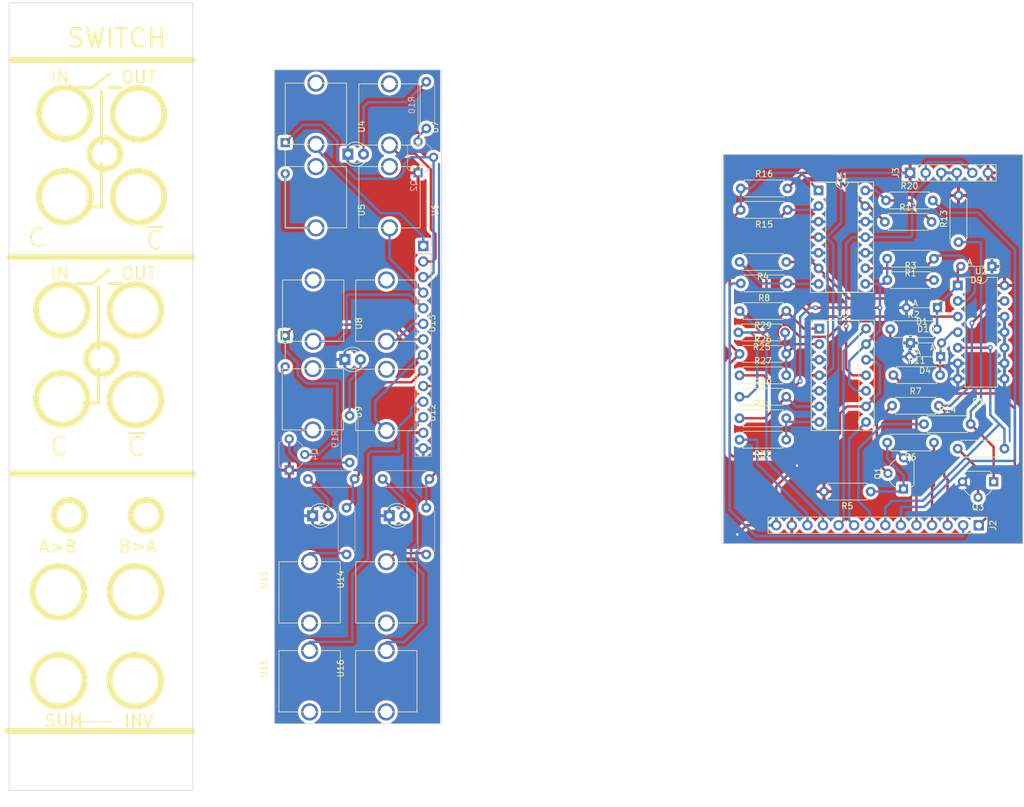
<source format=kicad_pcb>
(kicad_pcb (version 20241229) (generator "pcbnew") (generator_version "9.0")
  (layers (0 "F.Cu" signal) (2 "B.Cu" signal) (13 "F.Paste" user) (15 "B.Paste" user) (5 "F.SilkS" user "F.Silkscreen") (7 "B.SilkS" user "B.Silkscreen") (1 "F.Mask" user) (3 "B.Mask" user) (25 "Edge.Cuts" user))
  (net 0 "")
  (net 1 "Net-(D1-K)")
  (net 2 "GND")
  (net 3 "C1")
  (net 4 "Net-(D3-A)")
  (net 5 "Net-(D10-A)")
  (net 6 "Net-(D6-A)")
  (net 7 "Net-(D7-A)")
  (net 8 "Net-(D8-A)")
  (net 9 "Net-(Q1-C)")
  (net 10 "Net-(Q1-B)")
  (net 11 "+12V")
  (net 12 "Net-(Q2-E)")
  (net 13 "Net-(Q3-C)")
  (net 14 "Net-(Q3-B)")
  (net 15 "Net-(Q4-E)")
  (net 16 "Net-(U1C--)")
  (net 17 "S1")
  (net 18 "IN1")
  (net 19 "Net-(U1B--)")
  (net 20 "Net-(R4-Pad2)")
  (net 21 "INV1")
  (net 22 "OUT1")
  (net 23 "Net-(U1A--)")
  (net 24 "S2")
  (net 25 "Net-(U1D--)")
  (net 26 "Net-(R17-Pad2)")
  (net 27 "Net-(R18-Pad2)")
  (net 28 "OUT2")
  (net 29 "Net-(R22-Pad2)")
  (net 30 "Net-(U3A--)")
  (net 31 "Net-(R25-Pad2)")
  (net 32 "SUM")
  (net 33 "Net-(U3B--)")
  (net 34 "Net-(R31-Pad2)")
  (net 35 "SUM_INV")
  (net 36 "C2")
  (net 37 "IN2")
  (net 38 "INV2")
  (net 39 "Net-(D2-A)")
  (net 40 "Net-(D5-A)")
  (net 41 "AB")
  (net 42 "BA")
  (net 43 "-12V")
  (footprint "" (layer "F.Cu") (at 67.06965 122.9)
    (property "Reference" "")
    (property "Value" "")
  )
  (footprint "Resistor_THT:R_Axial_DIN0207_L6.3mm_D2.5mm_P7.62mm_Horizontal" (layer "F.Cu") (at 185.73 98.07 180)
    (property "Reference" "R32")
    (property "Value" "R")
  )
  (footprint "LED_THT:LED_D3.0mm" (layer "F.Cu") (at 120.992335 110.48)
    (property "Reference" "D8" (hide yes))
    (property "Value" "LED")
  )
  (footprint "" (layer "F.Cu") (at 80.1 44.9)
    (property "Reference" "")
    (property "Value" "")
  )
  (footprint "Package_DIP:DIP-14_W7.62mm" (layer "F.Cu") (at 213.7 72.905)
    (property "Reference" "U2")
    (property "Value" "CD4066BE")
  )
  (footprint "Diode_THT:D_DO-34_SOD68_P5.08mm_Vertical_AnodeUp" (layer "F.Cu") (at 219.26967 69.78 180)
    (property "Reference" "D9")
    (property "Value" "D")
  )
  (footprint "Resistor_THT:R_Axial_DIN0207_L6.3mm_D2.5mm_P7.62mm_Horizontal" (layer "F.Cu") (at 209.81 68.53 180)
    (property "Reference" "R1")
    (property "Value" "R")
  )
  (footprint "Resistor_THT:R_Axial_DIN0207_L6.3mm_D2.5mm_P7.62mm_Horizontal" (layer "F.Cu") (at 185.93 60.57 180)
    (property "Reference" "R15")
    (property "Value" "R")
  )
  (footprint "Diode_THT:D_DO-34_SOD68_P5.08mm_Vertical_AnodeUp" (layer "F.Cu") (at 210.89467 84.53 180)
    (property "Reference" "D4")
    (property "Value" "D")
  )
  (footprint "LED_THT:LED_D3.0mm" (layer "F.Cu") (at 114.257335 51.48)
    (property "Reference" "D3" (hide yes))
    (property "Value" "LED")
  )
  (footprint "" (layer "F.Cu") (at 81.335 110.4)
    (property "Reference" "")
    (property "Value" "")
  )
  (footprint "LED_THT:LED_D3.0mm" (layer "F.Cu") (at 113.757335 84.98)
    (property "Reference" "D6" (hide yes))
    (property "Value" "LED")
  )
  (footprint "" (layer "F.Cu") (at 74.6 51.4)
    (property "Reference" "")
    (property "Value" "")
  )
  (footprint "Library:3mm5 Mono Aux" (layer "F.Cu") (at 108.001985 137.48 90)
    (property "Reference" "U15")
    (property "Value" "Aux_flush")
  )
  (footprint "Resistor_THT:R_Axial_DIN0207_L6.3mm_D2.5mm_P7.62mm_Horizontal" (layer "F.Cu") (at 178.11 87.57)
    (property "Reference" "R27")
    (property "Value" "R")
  )
  (footprint "Library:3mm5 Mono Aux" (layer "F.Cu") (at 121.032335 58.51035 -90)
    (property "Reference" "U6")
    (property "Value" "Aux_flush")
  )
  (footprint "Resistor_THT:R_Axial_DIN0207_L6.3mm_D2.5mm_P7.62mm_Horizontal" (layer "F.Cu") (at 185.73 77.07 180)
    (property "Reference" "R29")
    (property "Value" "R")
  )
  (footprint "" (layer "F.Cu") (at 67.6 76.9)
    (property "Reference" "")
    (property "Value" "")
  )
  (footprint "" (layer "F.Cu") (at 68.835 110.4)
    (property "Reference" "")
    (property "Value" "")
  )
  (footprint "Library:3mm5 Mono Aux" (layer "F.Cu") (at 120.501985 137.48 90)
    (property "Reference" "U16")
    (property "Value" "Aux_flush")
  )
  (footprint "Library:3mm5 Mono Aux" (layer "F.Cu") (at 108.001985 122.98 90)
    (property "Reference" "U11")
    (property "Value" "Aux_flush")
  )
  (footprint "Resistor_THT:R_Axial_DIN0207_L6.3mm_D2.5mm_P7.62mm_Horizontal" (layer "F.Cu") (at 185.54 80.57 180)
    (property "Reference" "R25")
    (property "Value" "R")
  )
  (footprint "" (layer "F.Cu") (at 79.6 91.5)
    (property "Reference" "")
    (property "Value" "")
  )
  (footprint "Resistor_THT:R_Axial_DIN0207_L6.3mm_D2.5mm_P7.62mm_Horizontal" (layer "F.Cu") (at 202.19 72.03)
    (property "Reference" "R3")
    (property "Value" "R")
  )
  (footprint "Diode_THT:D_DO-34_SOD68_P5.08mm_Vertical_AnodeUp" (layer "F.Cu") (at 104.032335 49.58533 -90)
    (property "Reference" "D2" (hide yes))
    (property "Value" "D")
  )
  (footprint "Connector_PinHeader_2.54mm:PinHeader_1x14_P2.54mm_Vertical" (layer "F.Cu") (at 217.12 112.03 -90)
    (property "Reference" "J2")
    (property "Value" "Conn_01x14_Pin")
  )
  (footprint "Resistor_THT:R_Axial_DIN0207_L6.3mm_D2.5mm_P7.62mm_Horizontal" (layer "F.Cu") (at 178.11 84.07)
    (property "Reference" "R26")
    (property "Value" "R")
  )
  (footprint "Resistor_THT:R_Axial_DIN0207_L6.3mm_D2.5mm_P7.62mm_Horizontal" (layer "F.Cu") (at 213.81 65.84 90)
    (property "Reference" "R13")
    (property "Value" "R")
  )
  (footprint "Resistor_THT:R_Axial_DIN0207_L6.3mm_D2.5mm_P7.62mm_Horizontal" (layer "F.Cu") (at 209.81 98.53 180)
    (property "Reference" "R6")
    (property "Value" "R")
  )
  (footprint "Library:3mm5 Mono Aux" (layer "F.Cu") (at 120.532335 77.01035 -90)
    (property "Reference" "U13")
    (property "Value" "Aux_flush")
  )
  (footprint "Library:3mm5 Mono Aux" (layer "F.Cu") (at 120.532335 91.58 -90)
    (property "Reference" "U12")
    (property "Value" "Aux_flush")
  )
  (footprint "Package_DIP:DIP-14_W7.62mm_Socket" (layer "F.Cu") (at 191 57.41)
    (property "Reference" "U1")
    (property "Value" "TL074")
  )
  (footprint "Library:3mm5 Mono Aux" (layer "F.Cu") (at 108.582335 77.01035 -90)
    (property "Reference" "U8")
    (property "Value" "Aux_flush")
  )
  (footprint "Diode_THT:D_DO-34_SOD68_P5.08mm_Vertical_AnodeUp" (layer "F.Cu") (at 205.98033 82.28)
    (property "Reference" "D10")
    (property "Value" "D")
  )
  (footprint "Resistor_THT:R_Axial_DIN0207_L6.3mm_D2.5mm_P7.62mm_Horizontal" (layer "F.Cu") (at 213.69 99.53)
    (property "Reference" "R12")
    (property "Value" "R")
  )
  (footprint "Resistor_THT:R_Axial_DIN0207_L6.3mm_D2.5mm_P7.62mm_Horizontal" (layer "F.Cu") (at 185.74 69.07 180)
    (property "Reference" "R4")
    (property "Value" "R")
  )
  (footprint "Resistor_THT:R_Axial_DIN0207_L6.3mm_D2.5mm_P7.62mm_Horizontal" (layer "F.Cu") (at 202.69 80.03)
    (property "Reference" "R2")
    (property "Value" "R")
  )
  (footprint "Resistor_THT:R_Axial_DIN0207_L6.3mm_D2.5mm_P7.62mm_Horizontal" (layer "F.Cu") (at 201.81 62.53)
    (property "Reference" "R17")
    (property "Value" "R")
  )
  (footprint "Resistor_THT:R_Axial_DIN0207_L6.3mm_D2.5mm_P7.62mm_Horizontal" (layer "F.Cu") (at 208.19 95.53)
    (property "Reference" "R14")
    (property "Value" "R")
  )
  (footprint "Package_DIP:DIP-14_W7.62mm_Socket" (layer "F.Cu") (at 191.12 79.945)
    (property "Reference" "U3")
    (property "Value" "TL074")
  )
  (footprint "" (layer "F.Cu") (at 68.1 58.43035)
    (property "Reference" "")
    (property "Value" "")
  )
  (footprint "Resistor_THT:R_Axial_DIN0207_L6.3mm_D2.5mm_P7.62mm_Horizontal" (layer "F.Cu") (at 178.31 57.07)
    (property "Reference" "R16")
    (property "Value" "R")
  )
  (footprint "" (layer "F.Cu") (at 79.6 122.9)
    (property "Reference" "")
    (property "Value" "")
  )
  (footprint "Package_TO_SOT_THT:TO-92L_Wide" (layer "F.Cu") (at 204.85 106.11 90)
    (property "Reference" "Q1")
    (property "Value" "BC547")
  )
  (footprint "Resistor_THT:R_Axial_DIN0207_L6.3mm_D2.5mm_P7.62mm_Horizontal" (layer "F.Cu") (at 178.11 94.57)
    (property "Reference" "R31")
    (property "Value" "R")
  )
  (footprint "Library:3mm5 Mono Aux" (layer "F.Cu") (at 109.032335 44.88 -90)
    (property "Reference" "U4")
    (property "Value" "Aux_flush")
  )
  (footprint "Resistor_THT:R_Axial_DIN0207_L6.3mm_D2.5mm_P7.62mm_Horizontal" (layer "F.Cu") (at 203.19 87.53)
    (property "Reference" "R11")
    (property "Value" "R")
  )
  (footprint "Library:3mm5 Mono Aux" (layer "F.Cu") (at 120.532335 122.98 90)
    (property "Reference" "U14")
    (property "Value" "Aux_flush")
  )
  (footprint "MountingHole:MountingHole_3.2mm_M3" (layer "F.Cu") (at 66.5 152.25)
    (property "Reference" "REF**" (hide yes))
    (property "Value" "MountingHole_3.2mm_M3")
  )
  (footprint "" (layer "F.Cu") (at 67.06965 137.4)
    (property "Reference" "")
    (property "Value" "")
  )
  (footprint "Connector_PinHeader_2.54mm:PinHeader_1x06_P2.54mm_Vertical" (layer "F.Cu") (at 205.92 54.53 90)
    (property "Reference" "J3")
    (property "Value" "Conn_01x06_Pin")
  )
  (footprint "Diode_THT:D_DO-34_SOD68_P5.08mm_Vertical_AnodeUp" (layer "F.Cu") (at 210.39467 76.53 180)
    (property "Reference" "D1")
    (property "Value" "D")
  )
  (footprint "" (layer "F.Cu") (at 68.1 44.8)
    (property "Reference" "")
    (property "Value" "")
  )
  (footprint "Resistor_THT:R_Axial_DIN0207_L6.3mm_D2.5mm_P7.62mm_Horizontal" (layer "F.Cu") (at 199.5 106.53 180)
    (property "Reference" "R5")
    (property "Value" "R")
  )
  (footprint "Resistor_THT:R_Axial_DIN0207_L6.3mm_D2.5mm_P7.62mm_Horizontal" (layer "F.Cu") (at 202 59.03)
    (property "Reference" "R20")
    (property "Value" "R")
  )
  (footprint "" (layer "F.Cu") (at 79.6 76.93035)
    (property "Reference" "")
    (property "Value" "")
  )
  (footprint "LED_THT:LED_D3.0mm" (layer "F.Cu") (at 108.492335 110.48)
    (property "Reference" "D7" (hide yes))
    (property "Value" "LED")
  )
  (footprint "Diode_THT:D_DO-34_SOD68_P5.08mm_Vertical_AnodeUp" (layer "F.Cu") (at 104.032335 81.08533 -90)
    (property "Reference" "D5" (hide yes))
    (property "Value" "D" (hide yes))
  )
  (footprint "Resistor_THT:R_Axial_DIN0207_L6.3mm_D2.5mm_P7.62mm_Horizontal" (layer "F.Cu") (at 185.93 72.57 180)
    (property "Reference" "R8")
    (property "Value" "R")
  )
  (footprint "Library:3mm5 Mono Aux" (layer "F.Cu") (at 121.032335 45 -90)
    (property "Reference" "U7")
    (property "Value" "Aux_flush")
  )
  (footprint "Library:3mm5 Mono Aux" (layer "F.Cu") (at 108.532335 91.48 -90)
    (property "Reference" "U9")
    (property "Value" "Aux_flush")
  )
  (footprint "MountingHole:MountingHole_3.2mm_M3" (layer "F.Cu") (at 66.5 29.8)
    (property "Reference" "REF**" (hide yes))
    (property "Value" "MountingHole_3.2mm_M3")
  )
  (footprint "" (layer "F.Cu") (at 74.1 84.9)
    (property "Reference" "")
    (property "Value" "")
  )
  (footprint "" (layer "F.Cu") (at 79.56965 137.4)
    (property "Reference" "")
    (property "Value" "")
  )
  (footprint "Package_TO_SOT_THT:TO-92L_Wide" (layer "F.Cu") (at 219.55 104.93 180)
    (property "Reference" "Q3")
    (property "Value" "BC547")
  )
  (footprint "Library:3mm5 Mono Aux" (layer "F.Cu") (at 109.032335 58.51035 -90)
    (property "Reference" "U5")
    (property "Value" "Aux_flush")
  )
  (footprint "Resistor_THT:R_Axial_DIN0207_L6.3mm_D2.5mm_P7.62mm_Horizontal" (layer "F.Cu") (at 178.11 91.07)
    (property "Reference" "R30")
    (property "Value" "R")
  )
  (footprint "" (layer "F.Cu") (at 80.1 58.43035)
    (property "Reference" "")
    (property "Value" "")
  )
  (footprint "Resistor_THT:R_Axial_DIN0207_L6.3mm_D2.5mm_P7.62mm_Horizontal" (layer "F.Cu") (at 203 92.53)
    (property "Reference" "R7")
    (property "Value" "R")
  )
  (footprint "Resistor_THT:R_Axial_DIN0207_L6.3mm_D2.5mm_P7.62mm_Horizontal" (layer "B.Cu") (at 127.032335 109.17 -90)
    (property "Reference" "R22" (hide yes))
    (property "Value" "R")
  )
  (footprint "Package_TO_SOT_THT:TO-92L_Wide" (layer "B.Cu") (at 104.682335 103.03 90)
    (property "Reference" "Q4")
    (property "Value" "BC547")
  )
  (footprint "Resistor_THT:R_Axial_DIN0207_L6.3mm_D2.5mm_P7.62mm_Horizontal" (layer "B.Cu") (at 119.912335 104.48)
    (property "Reference" "R21" (hide yes))
    (property "Value" "R")
  )
  (footprint "Resistor_THT:R_Axial_DIN0207_L6.3mm_D2.5mm_P7.62mm_Horizontal" (layer "B.Cu") (at 107.722335 104.48)
    (property "Reference" "R9" (hide yes))
    (property "Value" "R")
  )
  (footprint "Resistor_THT:R_Axial_DIN0207_L6.3mm_D2.5mm_P7.62mm_Horizontal" (layer "B.Cu") (at 114.032335 109.17 -90)
    (property "Reference" "R18" (hide yes))
    (property "Value" "R")
  )
  (footprint "Resistor_THT:R_Axial_DIN0207_L6.3mm_D2.5mm_P7.62mm_Horizontal" (layer "B.Cu") (at 114.532335 94.17 -90)
    (property "Reference" "R19")
    (property "Value" "R")
  )
  (footprint "" (layer "B.Cu") (at 67.6 91.4 180)
    (property "Reference" "")
    (property "Value" "")
  )
  (footprint "Package_TO_SOT_THT:TO-92L_Wide" (layer "B.Cu") (at 125.682335 54.53 90)
    (property "Reference" "Q2")
    (property "Value" "BC547")
  )
  (footprint "Resistor_THT:R_Axial_DIN0207_L6.3mm_D2.5mm_P7.62mm_Horizontal" (layer "B.Cu") (at 127.032335 39.67 -90)
    (property "Reference" "R10")
    (property "Value" "R")
  )
  (footprint "Connector_PinHeader_2.54mm:PinHeader_1x14_P2.54mm_Vertical" (layer "B.Cu") (at 126.532335 66.46 180)
    (property "Reference" "J1" (hide yes))
    (property "Value" "Conn_01x14_Pin")
  )
  (gr_line (start 73.56965 92.1) (end 73.56965 73.1) (stroke (width 0.5)) (layer "F.SilkS"))
  (gr_circle (center 79.6 76.93035) (end 83.8107 76.93035) (stroke (width 1)) (fill no) (layer "F.SilkS"))
  (gr_circle (center 80.1 58.43035) (end 84.3107 58.43035) (stroke (width 1)) (fill no) (layer "F.SilkS"))
  (gr_line (start 75.31965 40.6) (end 77.31965 40.6) (stroke (width 0.5)) (layer "F.SilkS"))
  (gr_line (start 74.06965 60.1) (end 74.06965 41.1) (stroke (width 0.5)) (layer "F.SilkS"))
  (gr_circle (center 79.6 91.5) (end 83.8107 91.5) (stroke (width 1)) (fill no) (layer "F.SilkS"))
  (gr_line (start 70.06965 40.6) (end 72.56965 40.6) (stroke (width 0.5)) (layer "F.SilkS"))
  (gr_line (start 129.532335 51.73) (end 129.532335 115.23) (stroke (width 0.15)) (layer "F.SilkS"))
  (gr_line (start 69.2 144.1) (end 75.7 144.1) (stroke (width 0.15)) (layer "F.SilkS"))
  (gr_circle (center 67.06965 137.4) (end 71.28035 137.4) (stroke (width 1)) (fill no) (layer "F.SilkS"))
  (gr_line (start 78.56965 97) (end 81.06965 97) (stroke (width 0.3)) (layer "F.SilkS"))
  (gr_circle (center 79.56965 137.4) (end 83.78035 137.4) (stroke (width 1)) (fill no) (layer "F.SilkS"))
  (gr_circle (center 80.1 44.9) (end 84.3107 44.9) (stroke (width 1)) (fill no) (layer "F.SilkS"))
  (gr_line (start 89 103.6) (end 59.45 103.6) (stroke (width 1)) (layer "F.SilkS"))
  (gr_line (start 75.31965 72.6) (end 77.31965 72.6) (stroke (width 0.5)) (layer "F.SilkS"))
  (gr_circle (center 74.1 84.9) (end 76.6 85) (stroke (width 1)) (fill no) (layer "F.SilkS"))
  (gr_line (start 88.9 68.3) (end 59.1 68.3) (stroke (width 1)) (layer "F.SilkS"))
  (gr_circle (center 81.335 110.4) (end 83.835 110.5) (stroke (width 1)) (fill no) (layer "F.SilkS"))
  (gr_line (start 72.56965 40.6) (end 75.31965 38.35) (stroke (width 0.5)) (layer "F.SilkS"))
  (gr_line (start 88.9 145.6) (end 58.7 145.6) (stroke (width 1)) (layer "F.SilkS"))
  (gr_line (start 59.35 36.1) (end 89 36.1) (stroke (width 1)) (layer "F.SilkS"))
  (gr_line (start 81.56965 63.35) (end 84.06965 63.35) (stroke (width 0.3)) (layer "F.SilkS"))
  (gr_line (start 72.56965 72.6) (end 75.31965 70.35) (stroke (width 0.5)) (layer "F.SilkS"))
  (gr_circle (center 67.6 76.9) (end 71.8107 76.9) (stroke (width 1)) (fill no) (layer "F.SilkS"))
  (gr_circle (center 68.835 110.4) (end 71.335 110.5) (stroke (width 1)) (fill no) (layer "F.SilkS"))
  (gr_line (start 74.06965 60.1) (end 71.56965 60.1) (stroke (width 0.5)) (layer "F.SilkS"))
  (gr_line (start 70.06965 72.6) (end 72.56965 72.6) (stroke (width 0.5)) (layer "F.SilkS"))
  (gr_circle (center 68.1 58.43035) (end 72.3107 58.43035) (stroke (width 1)) (fill no) (layer "F.SilkS"))
  (gr_circle (center 79.6 122.9) (end 83.8107 122.9) (stroke (width 1)) (fill no) (layer "F.SilkS"))
  (gr_circle (center 68.1 44.8) (end 72.3107 44.8) (stroke (width 1)) (fill no) (layer "F.SilkS"))
  (gr_line (start 73.56965 92.1) (end 71.06965 92.1) (stroke (width 0.5)) (layer "F.SilkS"))
  (gr_circle (center 67.6 91.4) (end 71.8107 91.4) (stroke (width 1)) (fill no) (layer "F.SilkS"))
  (gr_circle (center 74.6 51.4) (end 77.1 51.5) (stroke (width 1)) (fill no) (layer "F.SilkS"))
  (gr_circle (center 67.06965 122.9) (end 71.28035 122.9) (stroke (width 1)) (fill no) (layer "F.SilkS"))
  (gr_line (start 224.3 115.035) (end 175.25 115.03) (stroke (width 0.1)) (layer "Edge.Cuts"))
  (gr_line (start 175.25 51.53) (end 175.25 115.03) (stroke (width 0.1)) (layer "Edge.Cuts"))
  (gr_line (start 102.275 37.7) (end 102.275 144.4) (stroke (width 0.1)) (layer "Edge.Cuts"))
  (gr_line (start 175.25 51.53) (end 224.3 51.535) (stroke (width 0.1)) (layer "Edge.Cuts"))
  (gr_line (start 224.3 51.535) (end 224.3 115.035) (stroke (width 0.1)) (layer "Edge.Cuts"))
  (gr_line (start 102.275 144.4) (end 129.525 144.4) (stroke (width 0.1)) (layer "Edge.Cuts"))
  (gr_line (start 102.275 37.7) (end 129.525 37.7) (stroke (width 0.1)) (layer "Edge.Cuts"))
  (gr_line (start 129.525 144.4) (end 129.525 37.7) (stroke (width 0.1)) (layer "Edge.Cuts"))
  (gr_rect (start 59 26.78) (end 88.95 155.28) (stroke (width 0.1)) (fill no) (layer "Edge.Cuts"))
  (gr_text "OUT\n" (at 77.06965 40.1 0) (layer "F.SilkS") (effects (font (size 2 2) (thickness 0.3)) (justify left bottom)))
  (gr_text "IN\n" (at 65.56965 72.1 0) (layer "F.SilkS") (effects (font (size 2 2) (thickness 0.3)) (justify left bottom)))
  (gr_text "INV" (at 77.56965 145.1 0) (layer "F.SilkS") (effects (font (size 2 2) (thickness 0.3)) (justify left bottom)))
  (gr_text "A>B" (at 63.66965 116.7 0) (layer "F.SilkS") (effects (font (size 2 2) (thickness 0.3)) (justify left bottom)))
  (gr_text "SUM" (at 64.56965 145.1 0) (layer "F.SilkS") (effects (font (size 2 2) (thickness 0.3)) (justify left bottom)))
  (gr_text "SWITCH" (at 68.2 34.3 0) (layer "F.SilkS") (effects (font (size 3 3) (thickness 0.4)) (justify left bottom)))
  (gr_text "C" (at 65.46965 100.9 0) (layer "F.SilkS") (effects (font (size 3 3) (thickness 0.3)) (justify left bottom)))
  (gr_text "B>A" (at 76.66965 116.6 0) (layer "F.SilkS") (effects (font (size 2 2) (thickness 0.3)) (justify left bottom)))
  (gr_text "C" (at 81.06965 67.35 0) (layer "F.SilkS") (effects (font (size 3 3) (thickness 0.3)) (justify left bottom)))
  (gr_text "OUT\n" (at 77.06965 72.1 0) (layer "F.SilkS") (effects (font (size 2 2) (thickness 0.3)) (justify left bottom)))
  (gr_text "C" (at 78.06965 101 0) (layer "F.SilkS") (effects (font (size 3 3) (thickness 0.3)) (justify left bottom)))
  (gr_text "C" (at 61.81965 66.85 0) (layer "F.SilkS") (effects (font (size 3 3) (thickness 0.3)) (justify left bottom)))
  (gr_text "IN\n" (at 65.56965 40.1 0) (layer "F.SilkS") (effects (font (size 2 2) (thickness 0.3)) (justify left bottom)))
  (segment (start 192.618629 81.28) (end 195.168629 78.73) (width 0.4) (layer "F.Cu") (net 0))
  (segment (start 187.947057 81.28) (end 192.618629 81.28) (width 0.4) (layer "F.Cu") (net 0))
  (segment (start 199.237057 78.745) (end 199.261029 78.768972) (width 0.4) (layer "F.Cu") (net 0))
  (segment (start 198.242943 78.745) (end 199.237057 78.745) (width 0.4) (layer "F.Cu") (net 0))
  (segment (start 184.34 80.072943) (end 185.042943 79.37) (width 0.4) (layer "F.Cu") (net 0))
  (segment (start 184.5 81.28) (end 184.34 81.12) (width 0.4) (layer "F.Cu") (net 0))
  (segment (start 186.037057 79.37) (end 187.947057 81.28) (width 0.4) (layer "F.Cu") (net 0))
  (segment (start 184.34 81.12) (end 184.34 80.072943) (width 0.4) (layer "F.Cu") (net 0))
  (segment (start 198.227943 78.73) (end 198.242943 78.745) (width 0.4) (layer "F.Cu") (net 0))
  (segment (start 195.168629 78.73) (end 198.227943 78.73) (width 0.4) (layer "F.Cu") (net 0))
  (segment (start 185.042943 79.37) (end 186.037057 79.37) (width 0.4) (layer "F.Cu") (net 0))
  (segment (start 213.7 72.905) (end 213.7 70.26967) (width 0.4) (layer "F.Cu") (net 1))
  (segment (start 213.7 70.26967) (end 214.18967 69.78) (width 0.4) (layer "F.Cu") (net 1))
  (segment (start 210.39467 76.53) (end 210.39467 76.21033) (width 0.4) (layer "B.Cu") (net 1))
  (segment (start 210.39467 76.21033) (end 213.7 72.905) (width 0.4) (layer "B.Cu") (net 1))
  (segment (start 210.31 80.03) (end 210.31 76.61467) (width 0.4) (layer "B.Cu") (net 1))
  (segment (start 210.31 76.61467) (end 210.39467 76.53) (width 0.4) (layer "B.Cu") (net 1))
  (segment (start 184.1 105.68) (end 187.5 102.28) (width 0.4) (layer "F.Cu") (net 2))
  (segment (start 177.75 113.53) (end 179.25 112.03) (width 0.4) (layer "F.Cu") (net 2))
  (segment (start 179.25 112.03) (end 184.1 112.03) (width 0.4) (layer "F.Cu") (net 2))
  (segment (start 184.1 112.03) (end 184.1 105.68) (width 0.4) (layer "F.Cu") (net 2))
  (via (at 177.75 113.53) (size 0.8) (drill 0.4) (layers "F.Cu" "B.Cu") (net 2))
  (via (at 187.5 102.28) (size 0.8) (drill 0.4) (layers "F.Cu" "B.Cu") (net 2))
  (segment (start 212.04 104.57) (end 211.5 104.03) (width 0.4) (layer "F.Cu") (net 3))
  (segment (start 216 79.03) (end 219.585 75.445) (width 0.4) (layer "F.Cu") (net 3))
  (segment (start 212.04 112.03) (end 212.04 104.57) (width 0.4) (layer "F.Cu") (net 3))
  (segment (start 211.5 104.03) (end 211.5 93.41) (width 0.4) (layer "F.Cu") (net 3))
  (segment (start 211.5 93.41) (end 210.62 92.53) (width 0.4) (layer "F.Cu") (net 3))
  (segment (start 219.585 75.445) (end 221.32 75.445) (width 0.4) (layer "F.Cu") (net 3))
  (via (at 216 79.03) (size 0.8) (drill 0.4) (layers "F.Cu" "B.Cu") (net 3))
  (segment (start 212.5 92.53) (end 216 89.03) (width 0.4) (layer "B.Cu") (net 3))
  (segment (start 210.62 92.53) (end 212.5 92.53) (width 0.4) (layer "B.Cu") (net 3))
  (segment (start 109.882335 46.7) (end 106.917665 46.7) (width 0.4) (layer "B.Cu") (net 3))
  (segment (start 128.222335 51.99) (end 124.542335 51.99) (width 0.4) (layer "B.Cu") (net 3))
  (segment (start 112.532335 49.35) (end 109.882335 46.7) (width 0.4) (layer "B.Cu") (net 3))
  (segment (start 122.282335 55.5) (end 115.552335 55.5) (width 0.4) (layer "B.Cu") (net 3))
  (segment (start 126.532335 71.54) (end 127.472335 71.54) (width 0.4) (layer "B.Cu") (net 3))
  (segment (start 128.222335 70.79) (end 128.222335 51.99) (width 0.4) (layer "B.Cu") (net 3))
  (segment (start 216 89.03) (end 216 79.03) (width 0.4) (layer "B.Cu") (net 3))
  (segment (start 112.532335 52.48) (end 112.532335 49.35) (width 0.4) (layer "B.Cu") (net 3))
  (segment (start 104.032335 49.58533) (end 104.032335 49.48) (width 0.4) (layer "B.Cu") (net 3))
  (segment (start 123.382335 54.4) (end 122.282335 55.5) (width 0.4) (layer "B.Cu") (net 3))
  (segment (start 115.552335 55.5) (end 112.532335 52.48) (width 0.4) (layer "B.Cu") (net 3))
  (segment (start 124.532335 51.98) (end 123.382335 53.13) (width 0.4) (layer "B.Cu") (net 3))
  (segment (start 123.382335 53.13) (end 123.382335 54.4) (width 0.4) (layer "B.Cu") (net 3))
  (segment (start 127.472335 71.54) (end 128.222335 70.79) (width 0.4) (layer "B.Cu") (net 3))
  (segment (start 124.542335 51.99) (end 124.532335 51.98) (width 0.4) (layer "B.Cu") (net 3))
  (segment (start 106.917665 46.7) (end 104.032335 49.58533) (width 0.4) (layer "B.Cu") (net 3))
  (segment (start 123.702335 43) (end 117.552335 43) (width 0.4) (layer "B.Cu") (net 4))
  (segment (start 117.552335 43) (end 116.797335 43.755) (width 0.4) (layer "B.Cu") (net 4))
  (segment (start 116.797335 43.755) (end 116.797335 51.48) (width 0.4) (layer "B.Cu") (net 4))
  (segment (start 127.032335 39.67) (end 123.702335 43) (width 0.4) (layer "B.Cu") (net 4))
  (segment (start 210.81 87.53) (end 210.81 84.11467) (width 0.4) (layer "B.Cu") (net 5))
  (segment (start 210.89467 82.44566) (end 212.81533 80.525) (width 0.4) (layer "B.Cu") (net 5))
  (segment (start 210.89467 84.03) (end 210.89467 82.44566) (width 0.4) (layer "B.Cu") (net 5))
  (segment (start 210.81 84.11467) (end 210.89467 84.03) (width 0.4) (layer "B.Cu") (net 5))
  (segment (start 212.81533 80.525) (end 213.7 80.525) (width 0.4) (layer "B.Cu") (net 5))
  (segment (start 114.532335 88.48) (end 116.297335 86.715) (width 0.4) (layer "B.Cu") (net 6))
  (segment (start 114.532335 94.17) (end 114.532335 88.48) (width 0.4) (layer "B.Cu") (net 6))
  (segment (start 116.297335 86.715) (end 116.297335 84.98) (width 0.4) (layer "B.Cu") (net 6))
  (segment (start 116.797335 85.48) (end 116.297335 84.98) (width 0.4) (layer "B.Cu") (net 6))
  (segment (start 111.032335 107.79) (end 107.722335 104.48) (width 0.4) (layer "B.Cu") (net 7))
  (segment (start 111.032335 110.48) (end 111.032335 107.79) (width 0.4) (layer "B.Cu") (net 7))
  (segment (start 123.532335 108.1) (end 119.912335 104.48) (width 0.4) (layer "B.Cu") (net 8))
  (segment (start 123.532335 110.48) (end 123.532335 108.1) (width 0.4) (layer "B.Cu") (net 8))
  (segment (start 202.19 101.22) (end 202.19 98.53) (width 0.4) (layer "B.Cu") (net 9))
  (segment (start 204.43 106.53) (end 204.85 106.11) (width 0.4) (layer "B.Cu") (net 9))
  (segment (start 199.5 106.53) (end 204.43 106.53) (width 0.4) (layer "B.Cu") (net 9))
  (segment (start 204.85 103.88) (end 202.19 101.22) (width 0.4) (layer "B.Cu") (net 9))
  (segment (start 204.85 106.11) (end 204.85 103.88) (width 0.4) (layer "B.Cu") (net 9))
  (segment (start 202.31 103.57) (end 200.5 101.76) (width 0.4) (layer "F.Cu") (net 10))
  (segment (start 200.5 95.03) (end 203 92.53) (width 0.4) (layer "F.Cu") (net 10))
  (segment (start 200.5 101.76) (end 200.5 95.03) (width 0.4) (layer "F.Cu") (net 10))
  (segment (start 221.32 57.23) (end 218.62 54.53) (width 0.4) (layer "F.Cu") (net 11))
  (segment (start 221.32 72.905) (end 221.32 57.23) (width 0.4) (layer "F.Cu") (net 11))
  (segment (start 194.725 54.53) (end 205.92 54.53) (width 0.4) (layer "B.Cu") (net 11))
  (segment (start 194.675 62.68) (end 194.675 54.58) (width 0.4) (layer "B.Cu") (net 11))
  (segment (start 192.225 65.03) (end 191 65.03) (width 0.4) (layer "B.Cu") (net 11))
  (segment (start 191.12 87.565) (end 192.09 87.565) (width 0.4) (layer "B.Cu") (net 11))
  (segment (start 192.09 87.565) (end 193.375 86.28) (width 0.4) (layer "B.Cu") (net 11))
  (segment (start 193.375 66.18) (end 192.225 65.03) (width 0.4) (layer "B.Cu") (net 11))
  (segment (start 191 65.03) (end 192.325 65.03) (width 0.4) (layer "B.Cu") (net 11))
  (segment (start 194.675 54.58) (end 194.725 54.53) (width 0.4) (layer "B.Cu") (net 11))
  (segment (start 193.375 86.28) (end 193.375 66.18) (width 0.4) (layer "B.Cu") (net 11))
  (segment (start 192.325 65.03) (end 194.675 62.68) (width 0.4) (layer "B.Cu") (net 11))
  (segment (start 125.682335 48.64) (end 127.032335 47.29) (width 0.4) (layer "B.Cu") (net 12))
  (segment (start 125.682335 49.45) (end 125.682335 48.64) (width 0.4) (layer "B.Cu") (net 12))
  (segment (start 219.55 104.93) (end 219.55 99.27) (width 0.4) (layer "F.Cu") (net 13))
  (segment (start 219.55 99.27) (end 215.81 95.53) (width 0.4) (layer "F.Cu") (net 13))
  (segment (start 217.5 91.72) (end 215.81 93.41) (width 0.4) (layer "B.Cu") (net 13))
  (segment (start 213.81 65.84) (end 217.5 65.84) (width 0.4) (layer "B.Cu") (net 13))
  (segment (start 215.81 93.41) (end 215.81 95.53) (width 0.4) (layer "B.Cu") (net 13))
  (segment (start 217.5 65.84) (end 217.5 91.72) (width 0.4) (layer "B.Cu") (net 13))
  (segment (start 217.01 102.85) (end 213.69 99.53) (width 0.4) (layer "F.Cu") (net 14))
  (segment (start 217.01 107.47) (end 217.01 102.85) (width 0.4) (layer "F.Cu") (net 14))
  (segment (start 104.682335 100.13) (end 106.532335 101.98) (width 0.4) (layer "B.Cu") (net 15))
  (segment (start 113.032335 101.98) (end 113.222335 101.79) (width 0.4) (layer "B.Cu") (net 15))
  (segment (start 104.682335 97.95) (end 104.682335 100.13) (width 0.4) (layer "B.Cu") (net 15))
  (segment (start 106.532335 101.98) (end 113.032335 101.98) (width 0.4) (layer "B.Cu") (net 15))
  (segment (start 113.222335 101.79) (end 114.532335 101.79) (width 0.4) (layer "B.Cu") (net 15))
  (segment (start 198.62 70.11) (end 208.23 70.11) (width 0.4) (layer "F.Cu") (net 16))
  (segment (start 208.23 70.11) (end 209.81 68.53) (width 0.4) (layer "F.Cu") (net 16))
  (segment (start 209.81 68.53) (end 210.31 68.03) (width 0.4) (layer "B.Cu") (net 16))
  (segment (start 216.5 74.03) (end 215.085 75.445) (width 0.4) (layer "B.Cu") (net 16))
  (segment (start 216.5 70.155) (end 216.5 74.03) (width 0.4) (layer "B.Cu") (net 16))
  (segment (start 210.31 68.03) (end 214.375 68.03) (width 0.4) (layer "B.Cu") (net 16))
  (segment (start 215.085 75.445) (end 213.7 75.445) (width 0.4) (layer "B.Cu") (net 16))
  (segment (start 214.375 68.03) (end 216.5 70.155) (width 0.4) (layer "B.Cu") (net 16))
  (segment (start 190.5 76.53) (end 201 76.53) (width 0.4) (layer "F.Cu") (net 17))
  (segment (start 182.04 87.57) (end 184 89.53) (width 0.4) (layer "F.Cu") (net 17))
  (segment (start 184 89.53) (end 187 89.53) (width 0.4) (layer "F.Cu") (net 17))
  (segment (start 187 89.53) (end 188 88.53) (width 0.4) (layer "F.Cu") (net 17))
  (segment (start 178.11 87.57) (end 182.04 87.57) (width 0.4) (layer "F.Cu") (net 17))
  (via (at 190.5 76.53) (size 0.8) (drill 0.4) (layers "F.Cu" "B.Cu") (net 17))
  (via (at 201 76.53) (size 0.8) (drill 0.4) (layers "F.Cu" "B.Cu") (net 17))
  (via (at 188 88.53) (size 0.8) (drill 0.4) (layers "F.Cu" "B.Cu") (net 17))
  (segment (start 201 76.53) (end 201 72.65) (width 0.4) (layer "B.Cu") (net 17))
  (segment (start 188 78.03) (end 189.5 76.53) (width 0.4) (layer "B.Cu") (net 17))
  (segment (start 189.5 76.53) (end 190.5 76.53) (width 0.4) (layer "B.Cu") (net 17))
  (segment (start 198.74 82.485) (end 201 80.225) (width 0.4) (layer "B.Cu") (net 17))
  (segment (start 201 72.65) (end 201.57 72.65) (width 0.4) (layer "B.Cu") (net 17))
  (segment (start 202.19 68.53) (end 202.19 72.03) (width 0.4) (layer "B.Cu") (net 17))
  (segment (start 198.62 72.65) (end 201 72.65) (width 0.4) (layer "B.Cu") (net 17))
  (segment (start 196 89.03) (end 196 85.225) (width 0.4) (layer "B.Cu") (net 17))
  (segment (start 197.075 90.105) (end 196 89.03) (width 0.4) (layer "B.Cu") (net 17))
  (segment (start 201 80.225) (end 201 76.53) (width 0.4) (layer "B.Cu") (net 17))
  (segment (start 188 88.53) (end 188 78.03) (width 0.4) (layer "B.Cu") (net 17))
  (segment (start 198.74 90.105) (end 197.075 90.105) (width 0.4) (layer "B.Cu") (net 17))
  (segment (start 196 85.225) (end 198.74 82.485) (width 0.4) (layer "B.Cu") (net 17))
  (segment (start 201.57 72.65) (end 202.19 72.03) (width 0.4) (layer "B.Cu") (net 17))
  (segment (start 202.69 80.03) (end 202.69 84.72) (width 0.4) (layer "F.Cu") (net 18))
  (segment (start 223 106.15) (end 217.12 112.03) (width 0.4) (layer "F.Cu") (net 18))
  (segment (start 208.5 90.53) (end 220.5 90.53) (width 0.4) (layer "F.Cu") (net 18))
  (segment (start 202.69 84.72) (end 208.5 90.53) (width 0.4) (layer "F.Cu") (net 18))
  (segment (start 223 93.03) (end 223 106.15) (width 0.4) (layer "F.Cu") (net 18))
  (segment (start 220.5 90.53) (end 223 93.03) (width 0.4) (layer "F.Cu") (net 18))
  (segment (start 119.582335 61.1) (end 122.682335 61.1) (width 0.4) (layer "B.Cu") (net 18))
  (segment (start 122.682335 61.1) (end 126.532335 64.95) (width 0.4) (layer "B.Cu") (net 18))
  (segment (start 126.532335 64.95) (end 126.532335 66.46) (width 0.4) (layer "B.Cu") (net 18))
  (segment (start 109.032335 50.55) (end 119.582335 61.1) (width 0.4) (layer "B.Cu") (net 18))
  (segment (start 109.032335 49.88) (end 109.032335 50.55) (width 0.4) (layer "B.Cu") (net 18))
  (segment (start 204 75.03) (end 195.92 75.03) (width 0.4) (layer "F.Cu") (net 19))
  (segment (start 195.92 75.03) (end 191 70.11) (width 0.4) (layer "F.Cu") (net 19))
  (segment (start 189.96 69.07) (end 191 70.11) (width 0.4) (layer "F.Cu") (net 19))
  (segment (start 209.81 72.03) (end 207 72.03) (width 0.4) (layer "F.Cu") (net 19))
  (segment (start 207 72.03) (end 204 75.03) (width 0.4) (layer "F.Cu") (net 19))
  (segment (start 185.74 69.07) (end 189.96 69.07) (width 0.4) (layer "F.Cu") (net 19))
  (segment (start 191 72.65) (end 186.01 72.65) (width 0.4) (layer "B.Cu") (net 20))
  (segment (start 185.93 72.57) (end 181.62 72.57) (width 0.4) (layer "B.Cu") (net 20))
  (segment (start 181.62 72.57) (end 178.12 69.07) (width 0.4) (layer "B.Cu") (net 20))
  (segment (start 186.01 72.65) (end 185.93 72.57) (width 0.4) (layer "B.Cu") (net 20))
  (segment (start 209.5 112.03) (end 209.5 105.84) (width 0.4) (layer "F.Cu") (net 21))
  (segment (start 209.5 105.84) (end 209.81 105.53) (width 0.4) (layer "F.Cu") (net 21))
  (segment (start 209.81 105.53) (end 209.81 98.53) (width 0.4) (layer "F.Cu") (net 21))
  (segment (start 126.532335 73.98) (end 121.032335 68.48) (width 0.4) (layer "B.Cu") (net 21))
  (segment (start 121.032335 68.48) (end 121.032335 64.91035) (width 0.4) (layer "B.Cu") (net 21))
  (segment (start 126.532335 74.08) (end 126.532335 73.98) (width 0.4) (layer "B.Cu") (net 21))
  (segment (start 128.532335 64.48) (end 128.532335 68.48) (width 0.4) (layer "F.Cu") (net 22))
  (segment (start 125.182335 51.38) (end 127.782335 53.98) (width 0.4) (layer "F.Cu") (net 22))
  (segment (start 128.532335 68.48) (end 128.012335 69) (width 0.4) (layer "F.Cu") (net 22))
  (segment (start 127.782335 53.98) (end 127.782335 63.73) (width 0.4) (layer "F.Cu") (net 22))
  (segment (start 121.032335 50) (end 122.412335 51.38) (width 0.4) (layer "F.Cu") (net 22))
  (segment (start 122.412335 51.38) (end 125.182335 51.38) (width 0.4) (layer "F.Cu") (net 22))
  (segment (start 128.012335 69) (end 126.532335 69) (width 0.4) (layer "F.Cu") (net 22))
  (segment (start 127.782335 63.73) (end 128.532335 64.48) (width 0.4) (layer "F.Cu") (net 22))
  (segment (start 178.31 72.57) (end 176.96 72.57) (width 0.4) (layer "B.Cu") (net 22))
  (segment (start 214.58 113.78) (end 214.58 112.03) (width 0.4) (layer "B.Cu") (net 22))
  (segment (start 180.75 113.78) (end 214.58 113.78) (width 0.4) (layer "B.Cu") (net 22))
  (segment (start 176.96 72.57) (end 176.5 73.03) (width 0.4) (layer "B.Cu") (net 22))
  (segment (start 176.5 73.03) (end 176.5 109.53) (width 0.4) (layer "B.Cu") (net 22))
  (segment (start 176.5 109.53) (end 180.75 113.78) (width 0.4) (layer "B.Cu") (net 22))
  (segment (start 184 75.03) (end 182.5 73.53) (width 0.4) (layer "F.Cu") (net 23))
  (segment (start 187 75.03) (end 184 75.03) (width 0.4) (layer "F.Cu") (net 23))
  (segment (start 189.955 77.985) (end 187 75.03) (width 0.4) (layer "F.Cu") (net 23))
  (segment (start 213.7 77.985) (end 189.955 77.985) (width 0.4) (layer "F.Cu") (net 23))
  (segment (start 182.5 73.53) (end 182.5 64) (width 0.4) (layer "F.Cu") (net 23))
  (segment (start 182.5 64) (end 185.93 60.57) (width 0.4) (layer "F.Cu") (net 23))
  (segment (start 185.93 60.57) (end 190.38 60.57) (width 0.4) (layer "B.Cu") (net 23))
  (segment (start 190.38 60.57) (end 191 59.95) (width 0.4) (layer "B.Cu") (net 23))
  (segment (start 178.11 84.07) (end 176.5 82.46) (width 0.4) (layer "F.Cu") (net 24))
  (segment (start 190.75 100.78) (end 177 100.78) (width 0.4) (layer "F.Cu") (net 24))
  (segment (start 194.5 93.78) (end 194.5 97.03) (width 0.4) (layer "F.Cu") (net 24))
  (segment (start 198.74 92.645) (end 195.635 92.645) (width 0.4) (layer "F.Cu") (net 24))
  (segment (start 195.635 92.645) (end 194.5 93.78) (width 0.4) (layer "F.Cu") (net 24))
  (segment (start 176.5 82.46) (end 176.5 62.38) (width 0.4) (layer "F.Cu") (net 24))
  (segment (start 176.5 85.68) (end 178.11 84.07) (width 0.4) (layer "F.Cu") (net 24))
  (segment (start 194.5 97.03) (end 190.75 100.78) (width 0.4) (layer "F.Cu") (net 24))
  (segment (start 176.5 62.38) (end 178.31 60.57) (width 0.4) (layer "F.Cu") (net 24))
  (segment (start 176.5 100.28) (end 176.5 85.68) (width 0.4) (layer "F.Cu") (net 24))
  (segment (start 177 100.78) (end 176.5 100.28) (width 0.4) (layer "F.Cu") (net 24))
  (segment (start 178.31 57.07) (end 179.96 57.07) (width 0.4) (layer "B.Cu") (net 24))
  (segment (start 178.31 60.57) (end 178.31 57.07) (width 0.4) (layer "B.Cu") (net 24))
  (segment (start 182.5 54.53) (end 188.12 54.53) (width 0.4) (layer "B.Cu") (net 24))
  (segment (start 201 86.03) (end 201 90.385) (width 0.4) (layer "B.Cu") (net 24))
  (segment (start 199.995 85.025) (end 201 86.03) (width 0.4) (layer "B.Cu") (net 24))
  (segment (start 198.74 85.025) (end 199.995 85.025) (width 0.4) (layer "B.Cu") (net 24))
  (segment (start 201 90.385) (end 198.74 92.645) (width 0.4) (layer "B.Cu") (net 24))
  (segment (start 188.12 54.53) (end 191 57.41) (width 0.4) (layer "B.Cu") (net 24))
  (segment (start 179.96 57.07) (end 182.5 54.53) (width 0.4) (layer "B.Cu") (net 24))
  (segment (start 188.47 54.53) (end 193.2 54.53) (width 0.4) (layer "F.Cu") (net 25))
  (segment (start 201.81 62.53) (end 199.23 59.95) (width 0.4) (layer "F.Cu") (net 25))
  (segment (start 199.23 59.95) (end 198.62 59.95) (width 0.4) (layer "F.Cu") (net 25))
  (segment (start 185.93 57.07) (end 188.47 54.53) (width 0.4) (layer "F.Cu") (net 25))
  (segment (start 193.2 54.53) (end 198.62 59.95) (width 0.4) (layer "F.Cu") (net 25))
  (segment (start 205.93 59.03) (end 209.43 62.53) (width 0.4) (layer "F.Cu") (net 26))
  (segment (start 202 59.03) (end 205.93 59.03) (width 0.4) (layer "F.Cu") (net 26))
  (segment (start 198.62 57.41) (end 200.38 57.41) (width 0.4) (layer "B.Cu") (net 26))
  (segment (start 200.38 57.41) (end 202 59.03) (width 0.4) (layer "B.Cu") (net 26))
  (segment (start 108.001985 116.58) (end 113.822335 116.58) (width 0.4) (layer "B.Cu") (net 27))
  (segment (start 113.822335 116.58) (end 114.032335 116.79) (width 0.4) (layer "B.Cu") (net 27))
  (segment (start 223.02 101.51) (end 223.02 67.05) (width 0.4) (layer "B.Cu") (net 28))
  (segment (start 121.932335 82.01035) (end 124.782685 79.16) (width 0.4) (layer "B.Cu") (net 28))
  (segment (start 223 101.53) (end 223.02 101.51) (width 0.4) (layer "B.Cu") (net 28))
  (segment (start 120.532335 82.01035) (end 121.932335 82.01035) (width 0.4) (layer "B.Cu") (net 28))
  (segment (start 217 61.03) (end 211.62 61.03) (width 0.4) (layer "B.Cu") (net 28))
  (segment (start 223.02 67.05) (end 217 61.03) (width 0.4) (layer "B.Cu") (net 28))
  (segment (start 208.25 109.03) (end 215.75 101.53) (width 0.4) (layer "B.Cu") (net 28))
  (segment (start 204.42 112.03) (end 204.42 109.11) (width 0.4) (layer "B.Cu") (net 28))
  (segment (start 211.62 61.03) (end 209.62 59.03) (width 0.4) (layer "B.Cu") (net 28))
  (segment (start 215.75 101.53) (end 223 101.53) (width 0.4) (layer "B.Cu") (net 28))
  (segment (start 204.42 109.11) (end 204.5 109.03) (width 0.4) (layer "B.Cu") (net 28))
  (segment (start 204.5 109.03) (end 208.25 109.03) (width 0.4) (layer "B.Cu") (net 28))
  (segment (start 124.782685 79.16) (end 126.532335 79.16) (width 0.4) (layer "B.Cu") (net 28))
  (segment (start 121.932335 116.58) (end 126.822335 116.58) (width 0.4) (layer "F.Cu") (net 29))
  (segment (start 126.822335 116.58) (end 127.032335 116.79) (width 0.4) (layer "F.Cu") (net 29))
  (segment (start 120.532335 117.98) (end 121.932335 116.58) (width 0.4) (layer "F.Cu") (net 29))
  (segment (start 191.12 82.485) (end 187.315 82.485) (width 0.4) (layer "F.Cu") (net 30))
  (segment (start 187.315 82.485) (end 185.73 84.07) (width 0.4) (layer "F.Cu") (net 30))
  (segment (start 185.73 87.57) (end 185.73 84.07) (width 0.4) (layer "B.Cu") (net 30))
  (segment (start 185.54 80.57) (end 185.54 83.88) (width 0.4) (layer "B.Cu") (net 30))
  (segment (start 185.54 83.88) (end 185.73 84.07) (width 0.4) (layer "B.Cu") (net 30))
  (segment (start 182.23 80.57) (end 185.73 77.07) (width 0.4) (layer "F.Cu") (net 31))
  (segment (start 191.12 79.945) (end 188.605 79.945) (width 0.4) (layer "F.Cu") (net 31))
  (segment (start 177.92 80.57) (end 182.23 80.57) (width 0.4) (layer "F.Cu") (net 31))
  (segment (start 188.605 79.945) (end 185.73 77.07) (width 0.4) (layer "F.Cu") (net 31))
  (segment (start 181 81.657057) (end 179.912943 80.57) (width 0.4) (layer "B.Cu") (net 31))
  (segment (start 178.11 91.07) (end 179.46 91.07) (width 0.4) (layer "B.Cu") (net 31))
  (segment (start 179.46 91.07) (end 181 89.53) (width 0.4) (layer "B.Cu") (net 31))
  (segment (start 179.912943 80.57) (end 177.92 80.57) (width 0.4) (layer "B.Cu") (net 31))
  (segment (start 181 89.53) (end 181 81.657057) (width 0.4) (layer "B.Cu") (net 31))
  (segment (start 117.532335 100.48) (end 117.532335 117.48) (width 0.4) (layer "B.Cu") (net 32))
  (segment (start 124.532335 92.98) (end 124.532335 93.98) (width 0.4) (layer "B.Cu") (net 32))
  (segment (start 117.532335 117.48) (end 114.962685 120.04965) (width 0.4) (layer "B.Cu") (net 32))
  (segment (start 125.652335 91.86) (end 124.532335 92.98) (width 0.4) (layer "B.Cu") (net 32))
  (segment (start 122.532335 95.98) (end 122.532335 99.98) (width 0.4) (layer "B.Cu") (net 32))
  (segment (start 118.032335 99.98) (end 117.532335 100.48) (width 0.4) (layer "B.Cu") (net 32))
  (segment (start 124.532335 93.98) (end 122.532335 95.98) (width 0.4) (layer "B.Cu") (net 32))
  (segment (start 182.5 81.46) (end 178.11 77.07) (width 0.4) (layer "B.Cu") (net 32))
  (segment (start 191.72 110.75) (end 182.5 101.53) (width 0.4) (layer "B.Cu") (net 32))
  (segment (start 114.962685 131.04965) (end 108.032335 131.04965) (width 0.4) (layer "B.Cu") (net 32))
  (segment (start 108.032335 131.04965) (end 108.001985 131.08) (width 0.4) (layer "B.Cu") (net 32))
  (segment (start 122.532335 99.98) (end 118.032335 99.98) (width 0.4) (layer "B.Cu") (net 32))
  (segment (start 126.532335 91.86) (end 125.652335 91.86) (width 0.4) (layer "B.Cu") (net 32))
  (segment (start 191.72 112.03) (end 191.72 110.75) (width 0.4) (layer "B.Cu") (net 32))
  (segment (start 182.5 101.53) (end 182.5 81.46) (width 0.4) (layer "B.Cu") (net 32))
  (segment (start 114.962685 120.04965) (end 114.962685 131.04965) (width 0.4) (layer "B.Cu") (net 32))
  (segment (start 178.11 94.57) (end 182.23 94.57) (width 0.4) (layer "F.Cu") (net 33))
  (segment (start 182.23 94.57) (end 185.73 91.07) (width 0.4) (layer "F.Cu") (net 33))
  (segment (start 191.12 92.645) (end 187.305 92.645) (width 0.4) (layer "B.Cu") (net 33))
  (segment (start 187.305 92.645) (end 185.73 91.07) (width 0.4) (layer "B.Cu") (net 33))
  (segment (start 186.345 95.185) (end 185.73 94.57) (width 0.4) (layer "B.Cu") (net 34))
  (segment (start 191.12 95.185) (end 186.345 95.185) (width 0.4) (layer "B.Cu") (net 34))
  (segment (start 185.73 98.07) (end 185.73 94.57) (width 0.4) (layer "B.Cu") (net 34))
  (segment (start 125.532335 114.98) (end 124.532335 115.98) (width 0.4) (layer "B.Cu") (net 35))
  (segment (start 126.532335 119.98) (end 126.532335 127.98) (width 0.4) (layer "B.Cu") (net 35))
  (segment (start 189.18 112.03) (end 189.18 110.21) (width 0.4) (layer "B.Cu") (net 35))
  (segment (start 124.532335 115.98) (end 124.532335 117.98) (width 0.4) (layer "B.Cu") (net 35))
  (segment (start 125.532335 107.98) (end 125.532335 114.98) (width 0.4) (layer "B.Cu") (net 35))
  (segment (start 124.032335 96.9) (end 124.032335 106.48) (width 0.4) (layer "B.Cu") (net 35))
  (segment (start 181 98.11) (end 180.96 98.07) (width 0.4) (layer "B.Cu") (net 35))
  (segment (start 126.532335 94.4) (end 124.032335 96.9) (width 0.4) (layer "B.Cu") (net 35))
  (segment (start 126.532335 127.98) (end 123.432335 131.08) (width 0.4) (layer "B.Cu") (net 35))
  (segment (start 124.032335 106.48) (end 125.532335 107.98) (width 0.4) (layer "B.Cu") (net 35))
  (segment (start 124.532335 117.98) (end 126.532335 119.98) (width 0.4) (layer "B.Cu") (net 35))
  (segment (start 181 102.03) (end 181 98.11) (width 0.4) (layer "B.Cu") (net 35))
  (segment (start 189.18 110.21) (end 181 102.03) (width 0.4) (layer "B.Cu") (net 35))
  (segment (start 180.96 98.07) (end 178.11 98.07) (width 0.4) (layer "B.Cu") (net 35))
  (segment (start 123.432335 131.08) (end 120.501985 131.08) (width 0.4) (layer "B.Cu") (net 35))
  (segment (start 105.817665 79.3) (end 104.032335 81.08533) (width 0.4) (layer "F.Cu") (net 36))
  (segment (start 213.7 83.065) (end 218.965 83.065) (width 0.4) (layer "F.Cu") (net 36))
  (segment (start 121.852335 79.3) (end 105.817665 79.3) (width 0.4) (layer "F.Cu") (net 36))
  (segment (start 124.252335 81.7) (end 121.852335 79.3) (width 0.4) (layer "F.Cu") (net 36))
  (segment (start 126.532335 81.7) (end 124.252335 81.7) (width 0.4) (layer "F.Cu") (net 36))
  (segment (start 218.965 83.065) (end 219 83.03) (width 0.4) (layer "F.Cu") (net 36))
  (via (at 219 83.03) (size 0.8) (drill 0.4) (layers "F.Cu" "B.Cu") (net 36))
  (segment (start 208 108.03) (end 220.5 95.53) (width 0.4) (layer "B.Cu") (net 36))
  (segment (start 112.532335 97.48) (end 109.522335 100.49) (width 0.4) (layer "B.Cu") (net 36))
  (segment (start 112.532335 88.9) (end 112.532335 97.48) (width 0.4) (layer "B.Cu") (net 36))
  (segment (start 220.5 95.53) (end 219 94.03) (width 0.4) (layer "B.Cu") (net 36))
  (segment (start 203 108.03) (end 208 108.03) (width 0.4) (layer "B.Cu") (net 36))
  (segment (start 201.88 112.03) (end 201.88 109.15) (width 0.4) (layer "B.Cu") (net 36))
  (segment (start 221.31 99.53) (end 221.31 96.34) (width 0.4) (layer "B.Cu") (net 36))
  (segment (start 201.88 109.15) (end 203 108.03) (width 0.4) (layer "B.Cu") (net 36))
  (segment (start 106.082335 87.5) (end 107.482335 88.9) (width 0.4) (layer "B.Cu") (net 36))
  (segment (start 104.032335 81.08533) (end 104.032335 83.48) (width 0.4) (layer "B.Cu") (net 36))
  (segment (start 107.482335 88.9) (end 112.532335 88.9) (width 0.4) (layer "B.Cu") (net 36))
  (segment (start 219 94.03) (end 219 83.03) (width 0.4) (layer "B.Cu") (net 36))
  (segment (start 221.31 96.34) (end 220.5 95.53) (width 0.4) (layer "B.Cu") (net 36))
  (segment (start 109.522335 100.49) (end 106.722335 100.49) (width 0.4) (layer "B.Cu") (net 36))
  (segment (start 104.032335 83.48) (end 106.082335 85.53) (width 0.4) (layer "B.Cu") (net 36))
  (segment (start 106.082335 85.53) (end 106.082335 87.5) (width 0.4) (layer "B.Cu") (net 36))
  (segment (start 206.96 112.03) (end 206.96 91.3) (width 0.4) (layer "F.Cu") (net 37))
  (segment (start 206.96 91.3) (end 203.19 87.53) (width 0.4) (layer "F.Cu") (net 37))
  (segment (start 124.312335 74.4) (end 114.232335 74.4) (width 0.4) (layer "B.Cu") (net 37))
  (segment (start 112.501985 82.01035) (end 108.582335 82.01035) (width 0.4) (layer "B.Cu") (net 37))
  (segment (start 126.532335 76.62) (end 124.312335 74.4) (width 0.4) (layer "B.Cu") (net 37))
  (segment (start 114.232335 74.4) (end 114.032335 74.6) (width 0.4) (layer "B.Cu") (net 37))
  (segment (start 114.032335 80.48) (end 112.501985 82.01035) (width 0.4) (layer "B.Cu") (net 37))
  (segment (start 114.032335 74.6) (end 114.032335 80.48) (width 0.4) (layer "B.Cu") (net 37))
  (segment (start 199.34 112.03) (end 199.34 109.87) (width 0.4) (layer "B.Cu") (net 38))
  (segment (start 118.732335 94.78) (end 118.732335 91.75) (width 0.4) (layer "B.Cu") (net 38))
  (segment (start 197.5 108.03) (end 197.5 99.53) (width 0.4) (layer "B.Cu") (net 38))
  (segment (start 120.532335 96.58) (end 118.732335 94.78) (width 0.4) (layer "B.Cu") (net 38))
  (segment (start 201.5 95.53) (end 208.19 95.53) (width 0.4) (layer "B.Cu") (net 38))
  (segment (start 126.242335 84.24) (end 126.532335 84.24) (width 0.4) (layer "B.Cu") (net 38))
  (segment (start 199.34 109.87) (end 197.5 108.03) (width 0.4) (layer "B.Cu") (net 38))
  (segment (start 197.5 99.53) (end 201.5 95.53) (width 0.4) (layer "B.Cu") (net 38))
  (segment (start 118.732335 91.75) (end 126.242335 84.24) (width 0.4) (layer "B.Cu") (net 38))
  (segment (start 109.032335 63.51035) (end 109.021985 63.5) (width 0.4) (layer "B.Cu") (net 39))
  (segment (start 109.021985 63.5) (end 104.052335 63.5) (width 0.4) (layer "B.Cu") (net 39))
  (segment (start 104.032335 63.48) (end 104.032335 54.66533) (width 0.4) (layer "B.Cu") (net 39))
  (segment (start 104.052335 63.5) (end 104.032335 63.48) (width 0.4) (layer "B.Cu") (net 39))
  (segment (start 108.532335 96.48) (end 106.762335 96.48) (width 0.4) (layer "F.Cu") (net 40))
  (segment (start 103.532335 86.66533) (end 104.032335 86.16533) (width 0.4) (layer "F.Cu") (net 40))
  (segment (start 103.532335 93.25) (end 103.532335 86.66533) (width 0.4) (layer "F.Cu") (net 40))
  (segment (start 106.762335 96.48) (end 103.532335 93.25) (width 0.4) (layer "F.Cu") (net 40))
  (segment (start 124.612335 88.7) (end 116.312335 88.7) (width 0.4) (layer "F.Cu") (net 41))
  (segment (start 116.312335 88.7) (end 116.032335 88.98) (width 0.4) (layer "F.Cu") (net 41))
  (segment (start 116.032335 103.79) (end 115.342335 104.48) (width 0.4) (layer "F.Cu") (net 41))
  (segment (start 116.032335 88.98) (end 116.032335 103.79) (width 0.4) (layer "F.Cu") (net 41))
  (segment (start 126.532335 86.78) (end 124.612335 88.7) (width 0.4) (layer "F.Cu") (net 41))
  (segment (start 196.8 112.03) (end 196 111.23) (width 0.4) (layer "B.Cu") (net 41))
  (segment (start 196 111.23) (end 196 97.925) (width 0.4) (layer "B.Cu") (net 41))
  (segment (start 114.032335 109.17) (end 115.032335 108.17) (width 0.4) (layer "B.Cu") (net 41))
  (segment (start 115.032335 104.79) (end 115.342335 104.48) (width 0.4) (layer "B.Cu") (net 41))
  (segment (start 115.032335 108.17) (end 115.032335 104.79) (width 0.4) (layer "B.Cu") (net 41))
  (segment (start 196 97.925) (end 198.74 95.185) (width 0.4) (layer "B.Cu") (net 41))
  (segment (start 128.532335 103.48) (end 127.532335 104.48) (width 0.4) (layer "F.Cu") (net 42))
  (segment (start 128.532335 89.48) (end 128.532335 103.48) (width 0.4) (layer "F.Cu") (net 42))
  (segment (start 126.532335 89.32) (end 128.372335 89.32) (width 0.4) (layer "F.Cu") (net 42))
  (segment (start 128.372335 89.32) (end 128.532335 89.48) (width 0.4) (layer "F.Cu") (net 42))
  (segment (start 127.032335 109.17) (end 127.032335 104.98) (width 0.4) (layer "B.Cu") (net 42))
  (segment (start 195.075 83.61) (end 198.74 79.945) (width 0.4) (layer "B.Cu") (net 42))
  (segment (start 127.032335 104.98) (end 127.532335 104.48) (width 0.4) (layer "B.Cu") (net 42))
  (segment (start 195.075 111.215) (end 195.075 83.61) (width 0.4) (layer "B.Cu") (net 42))
  (segment (start 194.26 112.03) (end 195.075 111.215) (width 0.4) (layer "B.Cu") (net 42))
  (segment (start 195.5 79.53) (end 195.5 86.53) (width 0.4) (layer "F.Cu") (net 43))
  (segment (start 196.535 87.565) (end 198.74 87.565) (width 0.4) (layer "F.Cu") (net 43))
  (segment (start 195.5 86.53) (end 196.535 87.565) (width 0.4) (layer "F.Cu") (net 43))
  (via (at 195.5 79.53) (size 0.8) (drill 0.4) (layers "F.Cu" "B.Cu") (net 43))
  (segment (start 208.46 54.53) (end 208.46 53.07) (width 0.4) (layer "B.Cu") (net 43))
  (segment (start 206.25 58.03) (end 206.25 64.78) (width 0.4) (layer "B.Cu") (net 43))
  (segment (start 208.46 53.07) (end 208.75 52.78) (width 0.4) (layer "B.Cu") (net 43))
  (segment (start 196.5 65.03) (end 198.62 65.03) (width 0.4) (layer "B.Cu") (net 43))
  (segment (start 206 65.03) (end 198.62 65.03) (width 0.4) (layer "B.Cu") (net 43))
  (segment (start 195.5 66.03) (end 196.5 65.03) (width 0.4) (layer "B.Cu") (net 43))
  (segment (start 208.46 55.82) (end 206.25 58.03) (width 0.4) (layer "B.Cu") (net 43))
  (segment (start 206.25 64.78) (end 206 65.03) (width 0.4) (layer "B.Cu") (net 43))
  (segment (start 208.46 54.53) (end 208.46 55.82) (width 0.4) (layer "B.Cu") (net 43))
  (segment (start 214.33 52.78) (end 216.08 54.53) (width 0.4) (layer "B.Cu") (net 43))
  (segment (start 195.5 79.53) (end 195.5 66.03) (width 0.4) (layer "B.Cu") (net 43))
  (segment (start 208.75 52.78) (end 214.33 52.78) (width 0.4) (layer "B.Cu") (net 43))
  (zone (net 11) (net_name "+12V") (layer "F.Cu") (connect_pads (clearance 0.5)) (min_thickness 0.25) (fill yes (thermal_gap 0.5) (thermal_bridge_width 0.5))
    (polygon (pts (xy 175.5 51.53) (xy 224.5 51.53) (xy 224.5 115.03) (xy 175.5 115.03)))
  )
  (zone (net 11) (net_name "+12V") (layer "F.Cu") (priority 1) (connect_pads (clearance 0.5)) (min_thickness 0.25) (fill yes (thermal_gap 0.5) (thermal_bridge_width 0.5))
    (polygon (pts (xy 129.282335 36.98) (xy 129.282335 145.48) (xy 102.282335 145.48) (xy 102.282335 36.98)))
  )
  (zone (net 2) (net_name "GND") (layer "B.Cu") (priority 1) (connect_pads (clearance 0.5)) (min_thickness 0.25) (fill yes (thermal_gap 0.5) (thermal_bridge_width 0.5))
    (polygon (pts (xy 129.282335 36.98) (xy 129.282335 145.48) (xy 102.282335 145.48) (xy 102.282335 36.98)))
  )
  (zone (net 2) (net_name "GND") (layer "B.Cu") (connect_pads (clearance 0.5)) (min_thickness 0.25) (fill yes (thermal_gap 0.5) (thermal_bridge_width 0.5))
    (polygon (pts (xy 175.5 51.53) (xy 224.25 51.53) (xy 224.25 115.03) (xy 175.5 115.03)))
  )
)
</source>
